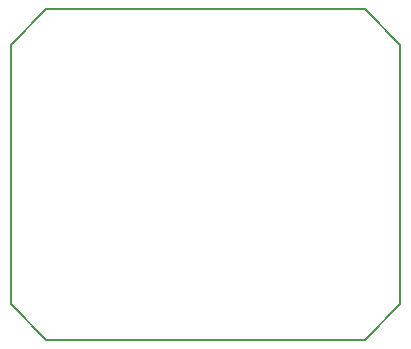
<source format=gbr>
%TF.GenerationSoftware,KiCad,Pcbnew,5.1.6-c6e7f7d~86~ubuntu18.04.1*%
%TF.CreationDate,2020-05-19T13:12:04+02:00*%
%TF.ProjectId,cf-deck-carrier,63662d64-6563-46b2-9d63-617272696572,0.1A*%
%TF.SameCoordinates,Original*%
%TF.FileFunction,Profile,NP*%
%FSLAX46Y46*%
G04 Gerber Fmt 4.6, Leading zero omitted, Abs format (unit mm)*
G04 Created by KiCad (PCBNEW 5.1.6-c6e7f7d~86~ubuntu18.04.1) date 2020-05-19 13:12:04*
%MOMM*%
%LPD*%
G01*
G04 APERTURE LIST*
%TA.AperFunction,Profile*%
%ADD10C,0.150000*%
%TD*%
G04 APERTURE END LIST*
D10*
X125501000Y-83000920D02*
X122501000Y-86000920D01*
X152501000Y-83000920D02*
X125501000Y-83000920D01*
X155501000Y-86000920D02*
X152501000Y-83000920D01*
X125501000Y-111000920D02*
X122501000Y-108000920D01*
X152501000Y-111000920D02*
X125501000Y-111000920D01*
X155501000Y-108000920D02*
X152501000Y-111000920D01*
X155501000Y-86000920D02*
X155501000Y-108000920D01*
X122501000Y-108000920D02*
X122501000Y-86000920D01*
M02*

</source>
